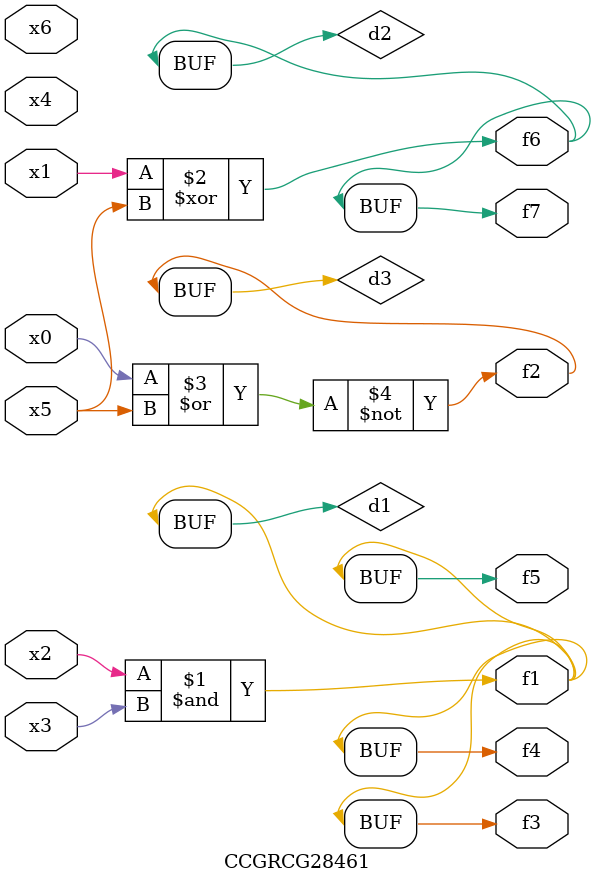
<source format=v>
module CCGRCG28461(
	input x0, x1, x2, x3, x4, x5, x6,
	output f1, f2, f3, f4, f5, f6, f7
);

	wire d1, d2, d3;

	and (d1, x2, x3);
	xor (d2, x1, x5);
	nor (d3, x0, x5);
	assign f1 = d1;
	assign f2 = d3;
	assign f3 = d1;
	assign f4 = d1;
	assign f5 = d1;
	assign f6 = d2;
	assign f7 = d2;
endmodule

</source>
